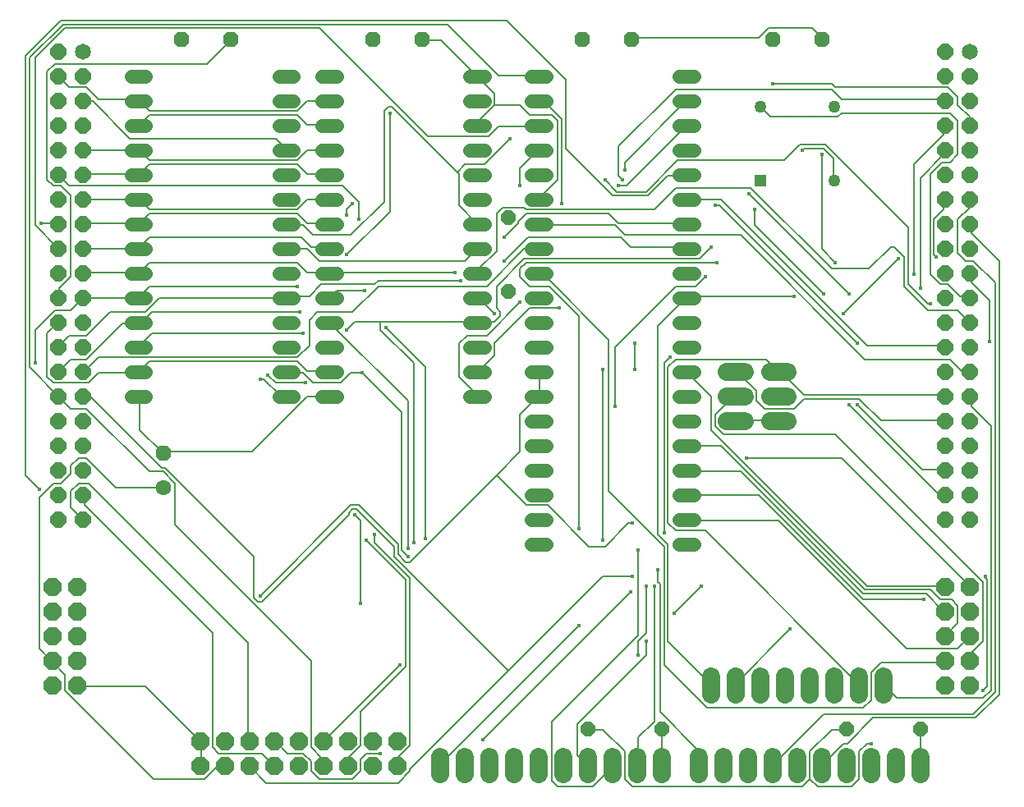
<source format=gbr>
G04 EAGLE Gerber RS-274X export*
G75*
%MOMM*%
%FSLAX34Y34*%
%LPD*%
%INTop Copper*%
%IPPOS*%
%AMOC8*
5,1,8,0,0,1.08239X$1,22.5*%
G01*
%ADD10C,1.645919*%
%ADD11P,1.781526X8X292.500000*%
%ADD12P,1.732040X8X202.500000*%
%ADD13P,1.732040X8X22.500000*%
%ADD14P,1.583577X8X292.500000*%
%ADD15P,1.732040X8X112.500000*%
%ADD16C,1.600200*%
%ADD17C,1.463037*%
%ADD18P,1.979475X8X22.500000*%
%ADD19C,1.828800*%
%ADD20C,1.260000*%
%ADD21R,1.260000X1.260000*%
%ADD22P,1.583577X8X22.500000*%
%ADD23P,1.979475X8X292.500000*%
%ADD24C,0.203200*%
%ADD25C,0.452400*%


D10*
X63500Y774700D03*
D11*
X38100Y774700D03*
X63500Y749300D03*
X38100Y749300D03*
X63500Y723900D03*
X38100Y723900D03*
X63500Y698500D03*
X38100Y698500D03*
X63500Y673100D03*
X38100Y673100D03*
X63500Y647700D03*
X38100Y647700D03*
X63500Y622300D03*
X38100Y622300D03*
X63500Y596900D03*
X38100Y596900D03*
X63500Y571500D03*
X38100Y571500D03*
X63500Y546100D03*
X38100Y546100D03*
X63500Y520700D03*
X38100Y520700D03*
X63500Y495300D03*
X38100Y495300D03*
X63500Y469900D03*
X38100Y469900D03*
X63500Y444500D03*
X38100Y444500D03*
X63500Y419100D03*
X38100Y419100D03*
X63500Y393700D03*
X38100Y393700D03*
X63500Y368300D03*
X38100Y368300D03*
X63500Y342900D03*
X38100Y342900D03*
X63500Y317500D03*
X38100Y317500D03*
X63500Y292100D03*
X38100Y292100D03*
D10*
X977900Y774700D03*
D11*
X952500Y774700D03*
X977900Y749300D03*
X952500Y749300D03*
X977900Y723900D03*
X952500Y723900D03*
X977900Y698500D03*
X952500Y698500D03*
X977900Y673100D03*
X952500Y673100D03*
X977900Y647700D03*
X952500Y647700D03*
X977900Y622300D03*
X952500Y622300D03*
X977900Y596900D03*
X952500Y596900D03*
X977900Y571500D03*
X952500Y571500D03*
X977900Y546100D03*
X952500Y546100D03*
X977900Y520700D03*
X952500Y520700D03*
X977900Y495300D03*
X952500Y495300D03*
X977900Y469900D03*
X952500Y469900D03*
X977900Y444500D03*
X952500Y444500D03*
X977900Y419100D03*
X952500Y419100D03*
X977900Y393700D03*
X952500Y393700D03*
X977900Y368300D03*
X952500Y368300D03*
X977900Y342900D03*
X952500Y342900D03*
X977900Y317500D03*
X952500Y317500D03*
X977900Y292100D03*
X952500Y292100D03*
D12*
X215900Y787400D03*
X165100Y787400D03*
X412750Y787400D03*
X361950Y787400D03*
D13*
X774700Y787400D03*
X825500Y787400D03*
X577850Y787400D03*
X628650Y787400D03*
D14*
X501650Y603250D03*
X501650Y527050D03*
D15*
X146050Y360680D03*
D16*
X146050Y325120D03*
D17*
X526085Y749300D02*
X540715Y749300D01*
X540715Y723900D02*
X526085Y723900D01*
X526085Y596900D02*
X540715Y596900D01*
X540715Y571500D02*
X526085Y571500D01*
X526085Y698500D02*
X540715Y698500D01*
X540715Y673100D02*
X526085Y673100D01*
X526085Y622300D02*
X540715Y622300D01*
X540715Y647700D02*
X526085Y647700D01*
X526085Y546100D02*
X540715Y546100D01*
X540715Y520700D02*
X526085Y520700D01*
X526085Y495300D02*
X540715Y495300D01*
X540715Y469900D02*
X526085Y469900D01*
X526085Y444500D02*
X540715Y444500D01*
X540715Y419100D02*
X526085Y419100D01*
X526085Y393700D02*
X540715Y393700D01*
X540715Y368300D02*
X526085Y368300D01*
X526085Y342900D02*
X540715Y342900D01*
X540715Y317500D02*
X526085Y317500D01*
X526085Y292100D02*
X540715Y292100D01*
X540715Y266700D02*
X526085Y266700D01*
X678485Y266700D02*
X693115Y266700D01*
X693115Y292100D02*
X678485Y292100D01*
X678485Y317500D02*
X693115Y317500D01*
X693115Y342900D02*
X678485Y342900D01*
X678485Y368300D02*
X693115Y368300D01*
X693115Y393700D02*
X678485Y393700D01*
X678485Y419100D02*
X693115Y419100D01*
X693115Y444500D02*
X678485Y444500D01*
X678485Y469900D02*
X693115Y469900D01*
X693115Y495300D02*
X678485Y495300D01*
X678485Y520700D02*
X693115Y520700D01*
X693115Y546100D02*
X678485Y546100D01*
X678485Y571500D02*
X693115Y571500D01*
X693115Y596900D02*
X678485Y596900D01*
X678485Y622300D02*
X693115Y622300D01*
X693115Y647700D02*
X678485Y647700D01*
X678485Y673100D02*
X693115Y673100D01*
X693115Y698500D02*
X678485Y698500D01*
X678485Y723900D02*
X693115Y723900D01*
X693115Y749300D02*
X678485Y749300D01*
D18*
X184150Y38100D03*
X209550Y38100D03*
X234950Y38100D03*
X260350Y38100D03*
X285750Y38100D03*
X311150Y38100D03*
X184150Y63500D03*
X209550Y63500D03*
X234950Y63500D03*
X260350Y63500D03*
X285750Y63500D03*
X311150Y63500D03*
X336550Y38100D03*
X361950Y38100D03*
X336550Y63500D03*
X361950Y63500D03*
X387350Y38100D03*
X387350Y63500D03*
D17*
X127965Y749300D02*
X113335Y749300D01*
X113335Y723900D02*
X127965Y723900D01*
X127965Y698500D02*
X113335Y698500D01*
X113335Y673100D02*
X127965Y673100D01*
X127965Y647700D02*
X113335Y647700D01*
X113335Y622300D02*
X127965Y622300D01*
X127965Y596900D02*
X113335Y596900D01*
X113335Y571500D02*
X127965Y571500D01*
X127965Y546100D02*
X113335Y546100D01*
X113335Y520700D02*
X127965Y520700D01*
X127965Y495300D02*
X113335Y495300D01*
X113335Y469900D02*
X127965Y469900D01*
X127965Y444500D02*
X113335Y444500D01*
X113335Y419100D02*
X127965Y419100D01*
X265735Y419100D02*
X280365Y419100D01*
X280365Y444500D02*
X265735Y444500D01*
X265735Y469900D02*
X280365Y469900D01*
X280365Y495300D02*
X265735Y495300D01*
X265735Y520700D02*
X280365Y520700D01*
X280365Y546100D02*
X265735Y546100D01*
X265735Y571500D02*
X280365Y571500D01*
X280365Y596900D02*
X265735Y596900D01*
X265735Y622300D02*
X280365Y622300D01*
X280365Y647700D02*
X265735Y647700D01*
X265735Y673100D02*
X280365Y673100D01*
X280365Y698500D02*
X265735Y698500D01*
X265735Y723900D02*
X280365Y723900D01*
X280365Y749300D02*
X265735Y749300D01*
X310185Y749300D02*
X324815Y749300D01*
X324815Y723900D02*
X310185Y723900D01*
X310185Y698500D02*
X324815Y698500D01*
X324815Y673100D02*
X310185Y673100D01*
X310185Y647700D02*
X324815Y647700D01*
X324815Y622300D02*
X310185Y622300D01*
X310185Y596900D02*
X324815Y596900D01*
X324815Y571500D02*
X310185Y571500D01*
X310185Y546100D02*
X324815Y546100D01*
X324815Y520700D02*
X310185Y520700D01*
X310185Y495300D02*
X324815Y495300D01*
X324815Y469900D02*
X310185Y469900D01*
X310185Y444500D02*
X324815Y444500D01*
X324815Y419100D02*
X310185Y419100D01*
X462585Y419100D02*
X477215Y419100D01*
X477215Y444500D02*
X462585Y444500D01*
X462585Y469900D02*
X477215Y469900D01*
X477215Y495300D02*
X462585Y495300D01*
X462585Y520700D02*
X477215Y520700D01*
X477215Y546100D02*
X462585Y546100D01*
X462585Y571500D02*
X477215Y571500D01*
X477215Y596900D02*
X462585Y596900D01*
X462585Y622300D02*
X477215Y622300D01*
X477215Y647700D02*
X462585Y647700D01*
X462585Y673100D02*
X477215Y673100D01*
X477215Y698500D02*
X462585Y698500D01*
X462585Y723900D02*
X477215Y723900D01*
X477215Y749300D02*
X462585Y749300D01*
D19*
X771906Y393700D02*
X790194Y393700D01*
X790194Y419100D02*
X771906Y419100D01*
X771906Y444500D02*
X790194Y444500D01*
X745744Y393700D02*
X727456Y393700D01*
X727456Y419100D02*
X745744Y419100D01*
X745744Y444500D02*
X727456Y444500D01*
D20*
X762000Y717550D03*
X838200Y717550D03*
X838200Y641350D03*
D21*
X762000Y641350D03*
D19*
X431800Y47244D02*
X431800Y28956D01*
X457200Y28956D02*
X457200Y47244D01*
X482600Y47244D02*
X482600Y28956D01*
X508000Y28956D02*
X508000Y47244D01*
X533400Y47244D02*
X533400Y28956D01*
X558800Y28956D02*
X558800Y47244D01*
X584200Y47244D02*
X584200Y28956D01*
X609600Y28956D02*
X609600Y47244D01*
X635000Y47244D02*
X635000Y28956D01*
X660400Y28956D02*
X660400Y47244D01*
X698500Y47244D02*
X698500Y28956D01*
X723900Y28956D02*
X723900Y47244D01*
X749300Y47244D02*
X749300Y28956D01*
X774700Y28956D02*
X774700Y47244D01*
X800100Y47244D02*
X800100Y28956D01*
X825500Y28956D02*
X825500Y47244D01*
X850900Y47244D02*
X850900Y28956D01*
X876300Y28956D02*
X876300Y47244D01*
X901700Y47244D02*
X901700Y28956D01*
X927100Y28956D02*
X927100Y47244D01*
D22*
X584200Y76200D03*
X660400Y76200D03*
X850900Y76200D03*
X927100Y76200D03*
D23*
X31750Y222250D03*
X31750Y196850D03*
X31750Y171450D03*
X31750Y146050D03*
X31750Y120650D03*
X57150Y222250D03*
X57150Y196850D03*
X57150Y171450D03*
X57150Y146050D03*
X57150Y120650D03*
X952500Y222250D03*
X952500Y196850D03*
X952500Y171450D03*
X952500Y146050D03*
X952500Y120650D03*
X977900Y222250D03*
X977900Y196850D03*
X977900Y171450D03*
X977900Y146050D03*
X977900Y120650D03*
D19*
X889000Y129794D02*
X889000Y111506D01*
X863600Y111506D02*
X863600Y129794D01*
X838200Y129794D02*
X838200Y111506D01*
X812800Y111506D02*
X812800Y129794D01*
X787400Y129794D02*
X787400Y111506D01*
X762000Y111506D02*
X762000Y129794D01*
X736600Y129794D02*
X736600Y111506D01*
X711200Y111506D02*
X711200Y129794D01*
D24*
X759968Y788416D02*
X629920Y788416D01*
X759968Y788416D02*
X770128Y798576D01*
X814832Y798576D01*
X824992Y788416D01*
X629920Y788416D02*
X628650Y787400D01*
X824992Y788416D02*
X825500Y787400D01*
X837184Y664464D02*
X837184Y642112D01*
X837184Y664464D02*
X827024Y674624D01*
X806704Y674624D01*
X804672Y672592D01*
X837184Y642112D02*
X838200Y641350D01*
X184912Y62992D02*
X184912Y38608D01*
X184150Y38100D01*
X184912Y62992D02*
X184150Y63500D01*
X128016Y119888D02*
X58928Y119888D01*
X128016Y119888D02*
X182880Y65024D01*
X58928Y119888D02*
X57150Y120650D01*
X182880Y65024D02*
X184150Y63500D01*
X121920Y384048D02*
X121920Y418592D01*
X121920Y384048D02*
X144272Y361696D01*
X121920Y418592D02*
X120650Y419100D01*
X144272Y361696D02*
X146050Y360680D01*
X294640Y418592D02*
X316992Y418592D01*
X294640Y418592D02*
X237744Y361696D01*
X146304Y361696D01*
X316992Y418592D02*
X317500Y419100D01*
X146304Y361696D02*
X146050Y360680D01*
X656336Y491744D02*
X684784Y520192D01*
X656336Y491744D02*
X656336Y276352D01*
X666496Y266192D01*
X666496Y166624D01*
X711200Y121920D01*
X684784Y520192D02*
X685800Y520700D01*
X711200Y121920D02*
X711200Y120650D01*
X599440Y75184D02*
X585216Y75184D01*
X599440Y75184D02*
X621792Y52832D01*
X621792Y24384D01*
X629920Y16256D01*
X804672Y16256D01*
X812800Y24384D01*
X812800Y52832D01*
X835152Y75184D01*
X849376Y75184D01*
X585216Y75184D02*
X584200Y76200D01*
X849376Y75184D02*
X850900Y76200D01*
X871728Y60960D02*
X875792Y60960D01*
X871728Y60960D02*
X863600Y52832D01*
X863600Y24384D01*
X855472Y16256D01*
X820928Y16256D01*
X812800Y24384D01*
X796544Y522224D02*
X686816Y522224D01*
X685800Y520700D01*
D25*
X804672Y672592D03*
X875792Y60960D03*
X796544Y522224D03*
D24*
X146050Y325120D02*
X97536Y325120D01*
X67056Y355600D01*
X58928Y355600D01*
X50800Y347472D01*
X50800Y339344D01*
X40640Y329184D01*
X32512Y329184D01*
X18288Y314960D01*
X18288Y158496D01*
X30480Y146304D01*
X31750Y146050D01*
X201168Y36576D02*
X209296Y36576D01*
X201168Y36576D02*
X188976Y24384D01*
X136144Y24384D01*
X44704Y115824D01*
X44704Y132080D01*
X32512Y144272D01*
X209550Y38100D02*
X209296Y36576D01*
X32512Y144272D02*
X31750Y146050D01*
X967232Y522224D02*
X977392Y522224D01*
X967232Y522224D02*
X955040Y534416D01*
X946912Y534416D01*
X936752Y544576D01*
X936752Y648208D01*
X948944Y660400D01*
X957072Y660400D01*
X965200Y668528D01*
X965200Y703072D01*
X957072Y711200D01*
X845312Y711200D01*
X841248Y707136D01*
X772160Y707136D01*
X762000Y717296D01*
X977392Y522224D02*
X977900Y520700D01*
X762000Y717296D02*
X762000Y717550D01*
X471424Y703072D02*
X471424Y699008D01*
X471424Y703072D02*
X487680Y719328D01*
X487680Y731520D01*
X469900Y749300D01*
X471424Y699008D02*
X469900Y698500D01*
X432816Y786384D02*
X414528Y786384D01*
X432816Y786384D02*
X469900Y749300D01*
X414528Y786384D02*
X412750Y787400D01*
X885952Y144272D02*
X950976Y144272D01*
X885952Y144272D02*
X875792Y134112D01*
X875792Y105664D01*
X867664Y97536D01*
X707136Y97536D01*
X662432Y142240D01*
X662432Y264160D01*
X605536Y321056D01*
X605536Y477520D01*
X538480Y544576D01*
X534416Y544576D01*
X952500Y146050D02*
X950976Y144272D01*
X534416Y544576D02*
X533400Y546100D01*
X514096Y719328D02*
X487680Y719328D01*
X514096Y719328D02*
X524256Y709168D01*
X546608Y709168D01*
X552704Y703072D01*
X552704Y642112D01*
X534416Y623824D01*
X533400Y622300D01*
X38608Y530352D02*
X38608Y522224D01*
X38608Y530352D02*
X50800Y542544D01*
X50800Y625856D01*
X40640Y636016D01*
X32512Y636016D01*
X26416Y642112D01*
X26416Y753872D01*
X34544Y762000D01*
X191008Y762000D01*
X215392Y786384D01*
X38608Y522224D02*
X38100Y520700D01*
X215392Y786384D02*
X215900Y787400D01*
X518160Y570992D02*
X532384Y570992D01*
X518160Y570992D02*
X479552Y532384D01*
X367792Y532384D01*
X341376Y505968D01*
X304800Y505968D01*
X296672Y497840D01*
X296672Y471424D01*
X284480Y459232D01*
X79248Y459232D01*
X65024Y445008D01*
X532384Y570992D02*
X533400Y571500D01*
X65024Y445008D02*
X63500Y444500D01*
X666496Y646176D02*
X684784Y646176D01*
X666496Y646176D02*
X646176Y625856D01*
X609600Y625856D01*
X560832Y674624D01*
X560832Y745744D01*
X499872Y806704D01*
X40640Y806704D01*
X4064Y770128D01*
X4064Y337312D01*
X18288Y323088D01*
X684784Y646176D02*
X685800Y647700D01*
D25*
X18288Y323088D03*
D24*
X233680Y164592D02*
X233680Y65024D01*
X233680Y164592D02*
X69088Y329184D01*
X58928Y329184D01*
X50800Y321056D01*
X50800Y304800D01*
X63500Y292100D01*
X233680Y65024D02*
X234950Y63500D01*
X65024Y306832D02*
X65024Y316992D01*
X65024Y306832D02*
X197104Y174752D01*
X197104Y56896D01*
X203200Y50800D01*
X247904Y50800D01*
X260096Y38608D01*
X65024Y316992D02*
X63500Y317500D01*
X260096Y38608D02*
X260350Y38100D01*
X599440Y233680D02*
X629920Y233680D01*
X501904Y136144D02*
X400304Y34544D01*
X501904Y136144D02*
X599440Y233680D01*
X400304Y34544D02*
X400304Y32512D01*
X388112Y20320D01*
X251968Y20320D01*
X235712Y36576D01*
X234950Y38100D01*
X71120Y418592D02*
X65024Y418592D01*
X71120Y418592D02*
X144272Y345440D01*
X148336Y345440D01*
X239776Y254000D01*
X239776Y211328D01*
X243840Y207264D01*
X247904Y207264D01*
X337312Y296672D01*
X337312Y298704D01*
X341376Y302768D01*
X345440Y302768D01*
X384048Y264160D01*
X384048Y254000D01*
X501904Y136144D01*
X65024Y418592D02*
X63500Y419100D01*
D25*
X629920Y233680D03*
D24*
X416560Y272288D02*
X416560Y449072D01*
X375920Y489712D01*
X347472Y601472D02*
X347472Y619760D01*
X331216Y636016D01*
X48768Y636016D01*
X38608Y646176D01*
X38100Y647700D01*
D25*
X416560Y272288D03*
X375920Y489712D03*
X347472Y601472D03*
D24*
X119888Y520192D02*
X65024Y520192D01*
X119888Y520192D02*
X120650Y520700D01*
X65024Y520192D02*
X63500Y520700D01*
X132080Y532384D02*
X284480Y532384D01*
X132080Y532384D02*
X121920Y522224D01*
X120650Y520700D01*
X615696Y597408D02*
X684784Y597408D01*
X615696Y597408D02*
X605536Y607568D01*
X520192Y607568D01*
X512064Y599440D01*
X512064Y597408D01*
X497840Y583184D01*
X353568Y528320D02*
X325120Y528320D01*
X317500Y520700D01*
X684784Y597408D02*
X685800Y596900D01*
X14224Y487680D02*
X14224Y453136D01*
X14224Y487680D02*
X34544Y508000D01*
X50800Y508000D01*
X63500Y520700D01*
D25*
X284480Y532384D03*
X497840Y583184D03*
X353568Y528320D03*
X14224Y453136D03*
D24*
X65024Y546608D02*
X119888Y546608D01*
X120650Y546100D01*
X65024Y546608D02*
X63500Y546100D01*
X294640Y546608D02*
X316992Y546608D01*
X294640Y546608D02*
X284480Y556768D01*
X132080Y556768D01*
X121920Y546608D01*
X316992Y546608D02*
X317500Y546100D01*
X121920Y546608D02*
X120650Y546100D01*
X319024Y546608D02*
X447040Y546608D01*
X497840Y558800D02*
X522224Y583184D01*
X617728Y583184D01*
X627888Y573024D01*
X684784Y573024D01*
X319024Y546608D02*
X317500Y546100D01*
X684784Y573024D02*
X685800Y571500D01*
D25*
X447040Y546608D03*
X497840Y558800D03*
D24*
X119888Y570992D02*
X65024Y570992D01*
X119888Y570992D02*
X120650Y571500D01*
X65024Y570992D02*
X63500Y571500D01*
X298704Y573024D02*
X316992Y573024D01*
X298704Y573024D02*
X288544Y583184D01*
X132080Y583184D01*
X121920Y573024D01*
X316992Y573024D02*
X317500Y571500D01*
X121920Y573024D02*
X120650Y571500D01*
X119888Y597408D02*
X65024Y597408D01*
X119888Y597408D02*
X120650Y596900D01*
X65024Y597408D02*
X63500Y596900D01*
X294640Y597408D02*
X316992Y597408D01*
X294640Y597408D02*
X284480Y607568D01*
X132080Y607568D01*
X121920Y597408D01*
X316992Y597408D02*
X317500Y596900D01*
X121920Y597408D02*
X120650Y596900D01*
X119888Y621792D02*
X65024Y621792D01*
X119888Y621792D02*
X120650Y622300D01*
X65024Y621792D02*
X63500Y622300D01*
X294640Y621792D02*
X316992Y621792D01*
X294640Y621792D02*
X284480Y611632D01*
X132080Y611632D01*
X121920Y621792D01*
X316992Y621792D02*
X317500Y622300D01*
X121920Y621792D02*
X120650Y622300D01*
X119888Y648208D02*
X65024Y648208D01*
X119888Y648208D02*
X120650Y647700D01*
X65024Y648208D02*
X63500Y647700D01*
X294640Y648208D02*
X316992Y648208D01*
X294640Y648208D02*
X284480Y658368D01*
X132080Y658368D01*
X121920Y648208D01*
X316992Y648208D02*
X317500Y647700D01*
X121920Y648208D02*
X120650Y647700D01*
X294640Y699008D02*
X316992Y699008D01*
X294640Y699008D02*
X284480Y709168D01*
X132080Y709168D01*
X121920Y699008D01*
X316992Y699008D02*
X317500Y698500D01*
X121920Y699008D02*
X120650Y698500D01*
X73152Y723392D02*
X65024Y723392D01*
X73152Y723392D02*
X111760Y684784D01*
X262128Y684784D01*
X272288Y674624D01*
X65024Y723392D02*
X63500Y723900D01*
X272288Y674624D02*
X273050Y673100D01*
X274320Y570992D02*
X294640Y570992D01*
X306832Y558800D01*
X457200Y558800D01*
X469900Y571500D01*
X274320Y570992D02*
X273050Y571500D01*
X119888Y725424D02*
X79248Y725424D01*
X67056Y737616D01*
X48768Y737616D01*
X38608Y747776D01*
X119888Y725424D02*
X120650Y723900D01*
X38608Y747776D02*
X38100Y749300D01*
X294640Y723392D02*
X316992Y723392D01*
X294640Y723392D02*
X284480Y713232D01*
X132080Y713232D01*
X121920Y723392D01*
X316992Y723392D02*
X317500Y723900D01*
X121920Y723392D02*
X120650Y723900D01*
X119888Y493776D02*
X103632Y493776D01*
X67056Y457200D01*
X50800Y457200D01*
X38100Y444500D01*
X119888Y493776D02*
X120650Y495300D01*
X134112Y505968D02*
X286512Y505968D01*
X134112Y505968D02*
X121920Y493776D01*
X120650Y495300D01*
X379984Y609600D02*
X379984Y711200D01*
X379984Y609600D02*
X335280Y564896D01*
X398272Y414528D02*
X398272Y262128D01*
X398272Y414528D02*
X317500Y495300D01*
D25*
X286512Y505968D03*
X379984Y711200D03*
X335280Y564896D03*
X398272Y262128D03*
D24*
X290576Y483616D02*
X134112Y483616D01*
X121920Y471424D01*
X120650Y469900D01*
X491744Y749808D02*
X532384Y749808D01*
X491744Y749808D02*
X438912Y802640D01*
X42672Y802640D01*
X8128Y768096D01*
X8128Y449072D01*
X38100Y419100D01*
X532384Y749808D02*
X533400Y749300D01*
X310896Y44704D02*
X310896Y38608D01*
X310896Y44704D02*
X298704Y56896D01*
X298704Y146304D01*
X158496Y286512D01*
X158496Y329184D01*
X146304Y341376D01*
X132080Y341376D01*
X67056Y406400D01*
X50800Y406400D01*
X38100Y419100D01*
X310896Y38608D02*
X311150Y38100D01*
D25*
X290576Y483616D03*
D24*
X119888Y442976D02*
X79248Y442976D01*
X69088Y432816D01*
X32512Y432816D01*
X26416Y438912D01*
X26416Y483616D01*
X38100Y495300D01*
X120650Y444500D02*
X119888Y442976D01*
X294640Y445008D02*
X316992Y445008D01*
X294640Y445008D02*
X284480Y455168D01*
X132080Y455168D01*
X121920Y445008D01*
X316992Y445008D02*
X317500Y444500D01*
X121920Y445008D02*
X120650Y444500D01*
X621792Y660400D02*
X684784Y723392D01*
X621792Y660400D02*
X621792Y652272D01*
X684784Y723392D02*
X685800Y723900D01*
X390144Y142240D02*
X312928Y65024D01*
X311150Y63500D01*
D25*
X621792Y652272D03*
X390144Y142240D03*
D24*
X534416Y723392D02*
X538480Y723392D01*
X556768Y705104D01*
X556768Y617728D01*
X514096Y516128D02*
X479552Y481584D01*
X459232Y481584D01*
X451104Y473456D01*
X451104Y438912D01*
X469392Y420624D01*
X534416Y723392D02*
X533400Y723900D01*
X469392Y420624D02*
X469900Y419100D01*
X36576Y597408D02*
X20320Y597408D01*
X245872Y436880D02*
X249936Y436880D01*
X266192Y420624D01*
X272288Y420624D01*
X38100Y596900D02*
X36576Y597408D01*
X272288Y420624D02*
X273050Y419100D01*
X337312Y46736D02*
X337312Y38608D01*
X337312Y46736D02*
X349504Y58928D01*
X349504Y93472D01*
X396240Y140208D01*
X396240Y229616D01*
X355600Y270256D01*
X337312Y38608D02*
X336550Y38100D01*
D25*
X556768Y617728D03*
X514096Y516128D03*
X20320Y597408D03*
X245872Y436880D03*
X355600Y270256D03*
D24*
X351536Y442976D02*
X339344Y442976D01*
X329184Y432816D01*
X300736Y432816D01*
X290576Y442976D01*
X274320Y442976D01*
X273050Y444500D01*
X623824Y636016D02*
X684784Y696976D01*
X623824Y636016D02*
X615696Y636016D01*
X554736Y510032D02*
X524256Y510032D01*
X487680Y473456D01*
X487680Y461264D01*
X471424Y445008D01*
X684784Y696976D02*
X685800Y698500D01*
X471424Y445008D02*
X469900Y444500D01*
X392176Y260096D02*
X398272Y254000D01*
X392176Y260096D02*
X392176Y402336D01*
X351536Y442976D01*
D25*
X351536Y442976D03*
X615696Y636016D03*
X554736Y510032D03*
X398272Y254000D03*
D24*
X292608Y432816D02*
X262128Y432816D01*
X254000Y440944D01*
X491744Y696976D02*
X532384Y696976D01*
X491744Y696976D02*
X481584Y686816D01*
X418592Y686816D01*
X306832Y798576D01*
X44704Y798576D01*
X14224Y768096D01*
X14224Y595376D01*
X38100Y571500D01*
X532384Y696976D02*
X533400Y698500D01*
X349504Y290576D02*
X349504Y205232D01*
X349504Y290576D02*
X343408Y296672D01*
D25*
X292608Y432816D03*
X254000Y440944D03*
X349504Y205232D03*
X343408Y296672D03*
D24*
X343408Y495808D02*
X369824Y495808D01*
X469392Y495808D01*
X343408Y495808D02*
X335280Y487680D01*
X469392Y495808D02*
X469900Y495300D01*
X699008Y560832D02*
X711200Y573024D01*
X699008Y560832D02*
X518160Y560832D01*
X489712Y532384D01*
X489712Y510032D01*
X493776Y505968D01*
X493776Y501904D01*
X487680Y495808D01*
X471424Y495808D01*
X469900Y495300D01*
X404368Y453136D02*
X404368Y268224D01*
X404368Y453136D02*
X369824Y487680D01*
X369824Y495808D01*
D25*
X335280Y487680D03*
X711200Y573024D03*
X404368Y268224D03*
D24*
X272288Y520192D02*
X142240Y520192D01*
X128016Y505968D01*
X91440Y505968D01*
X67056Y481584D01*
X48768Y481584D01*
X38608Y471424D01*
X272288Y520192D02*
X273050Y520700D01*
X38608Y471424D02*
X38100Y469900D01*
X514096Y636016D02*
X514096Y654304D01*
X532384Y672592D01*
X533400Y673100D01*
X388112Y46736D02*
X388112Y38608D01*
X388112Y46736D02*
X400304Y58928D01*
X400304Y231648D01*
X363728Y268224D01*
X363728Y276352D01*
X487680Y503936D02*
X471424Y520192D01*
X388112Y38608D02*
X387350Y38100D01*
X471424Y520192D02*
X469900Y520700D01*
X296672Y522224D02*
X274320Y522224D01*
X296672Y522224D02*
X308864Y534416D01*
X363728Y534416D01*
X367792Y538480D01*
X453136Y538480D01*
X274320Y522224D02*
X273050Y520700D01*
D25*
X514096Y636016D03*
X363728Y276352D03*
X487680Y503936D03*
X453136Y538480D03*
D24*
X119888Y672592D02*
X65024Y672592D01*
X119888Y672592D02*
X120650Y673100D01*
X65024Y672592D02*
X63500Y673100D01*
X294640Y672592D02*
X316992Y672592D01*
X294640Y672592D02*
X284480Y662432D01*
X132080Y662432D01*
X121920Y672592D01*
X316992Y672592D02*
X317500Y673100D01*
X121920Y672592D02*
X120650Y673100D01*
X274320Y595376D02*
X290576Y595376D01*
X300736Y585216D01*
X339344Y585216D01*
X373888Y619760D01*
X373888Y713232D01*
X377952Y717296D01*
X382016Y717296D01*
X449072Y650240D02*
X451104Y648208D01*
X449072Y650240D02*
X382016Y717296D01*
X451104Y648208D02*
X451104Y615696D01*
X469900Y596900D01*
X274320Y595376D02*
X273050Y596900D01*
X928624Y343408D02*
X950976Y343408D01*
X928624Y343408D02*
X861568Y410464D01*
X861568Y473456D02*
X719328Y615696D01*
X715264Y615696D01*
X503936Y684784D02*
X477520Y658368D01*
X457200Y658368D01*
X449072Y650240D01*
X950976Y343408D02*
X952500Y342900D01*
D25*
X861568Y410464D03*
X861568Y473456D03*
X715264Y615696D03*
X503936Y684784D03*
D24*
X944880Y319024D02*
X950976Y319024D01*
X944880Y319024D02*
X853440Y410464D01*
X853440Y524256D02*
X749808Y627888D01*
X950976Y319024D02*
X952500Y317500D01*
D25*
X853440Y410464D03*
X853440Y524256D03*
X749808Y627888D03*
D24*
X721360Y621792D02*
X686816Y621792D01*
X721360Y621792D02*
X871728Y471424D01*
X950976Y471424D01*
X686816Y621792D02*
X685800Y622300D01*
X950976Y471424D02*
X952500Y469900D01*
X717296Y556768D02*
X520192Y556768D01*
X514096Y550672D01*
X514096Y542544D01*
X524256Y532384D01*
X544576Y532384D01*
X575056Y501904D01*
X575056Y282448D01*
X575056Y182880D02*
X430784Y38608D01*
X431800Y38100D01*
D25*
X717296Y556768D03*
X575056Y282448D03*
X575056Y182880D03*
D24*
X631952Y447040D02*
X631952Y473456D01*
D25*
X631952Y473456D03*
X631952Y447040D03*
D24*
X845312Y725424D02*
X950976Y725424D01*
X845312Y725424D02*
X835152Y735584D01*
X674624Y735584D01*
X615696Y676656D01*
X615696Y646176D01*
X619760Y642112D01*
X599440Y447040D02*
X599440Y270256D01*
X952500Y723900D02*
X950976Y725424D01*
D25*
X619760Y642112D03*
X599440Y447040D03*
X599440Y270256D03*
D24*
X694944Y532384D02*
X705104Y542544D01*
X694944Y532384D02*
X674624Y532384D01*
X611632Y469392D01*
X611632Y408432D01*
D25*
X705104Y542544D03*
X611632Y408432D03*
D24*
X950976Y688848D02*
X950976Y696976D01*
X950976Y688848D02*
X920496Y658368D01*
X920496Y544576D01*
X701040Y223520D02*
X672592Y195072D01*
X644144Y166624D02*
X644144Y152400D01*
X573024Y81280D01*
X573024Y48768D01*
X583184Y38608D01*
X950976Y696976D02*
X952500Y698500D01*
X584200Y38100D02*
X583184Y38608D01*
D25*
X920496Y544576D03*
X701040Y223520D03*
X672592Y195072D03*
X644144Y166624D03*
D24*
X977392Y699008D02*
X977392Y707136D01*
X965200Y719328D01*
X965200Y727456D01*
X955040Y737616D01*
X839216Y737616D01*
X835152Y741680D01*
X774192Y741680D01*
X755904Y611632D02*
X755904Y595376D01*
X827024Y524256D01*
X636016Y260096D02*
X636016Y172720D01*
X546608Y83312D01*
X546608Y22352D01*
X552704Y16256D01*
X589280Y16256D01*
X609600Y36576D01*
X977900Y698500D02*
X977392Y699008D01*
X609600Y38100D02*
X609600Y36576D01*
D25*
X774192Y741680D03*
X755904Y611632D03*
X827024Y524256D03*
X636016Y260096D03*
D24*
X950976Y668528D02*
X950976Y672592D01*
X950976Y668528D02*
X926592Y644144D01*
X926592Y530352D01*
X652272Y223520D02*
X652272Y83312D01*
X636016Y67056D01*
X636016Y38608D01*
X950976Y672592D02*
X952500Y673100D01*
X636016Y38608D02*
X635000Y38100D01*
D25*
X926592Y530352D03*
X652272Y223520D03*
D24*
X660400Y76200D02*
X660400Y38100D01*
X662432Y453136D02*
X668528Y459232D01*
X662432Y453136D02*
X662432Y278384D01*
X656336Y239776D02*
X656336Y227584D01*
X658368Y225552D01*
X658368Y93472D01*
X696976Y54864D01*
X696976Y38608D01*
X698500Y38100D01*
D25*
X668528Y459232D03*
X662432Y278384D03*
X656336Y239776D03*
D24*
X950976Y611632D02*
X950976Y621792D01*
X950976Y611632D02*
X940816Y601472D01*
X940816Y564896D01*
X942848Y562864D01*
X904240Y560832D02*
X847344Y503936D01*
X644144Y223520D02*
X644144Y174752D01*
X636016Y166624D01*
X636016Y152400D01*
X950976Y621792D02*
X952500Y622300D01*
D25*
X942848Y562864D03*
X904240Y560832D03*
X847344Y503936D03*
X644144Y223520D03*
X636016Y152400D03*
D24*
X977392Y613664D02*
X977392Y621792D01*
X977392Y613664D02*
X965200Y601472D01*
X965200Y566928D01*
X973328Y558800D01*
X981456Y558800D01*
X1003808Y536448D01*
X1003808Y113792D01*
X981456Y91440D01*
X827024Y91440D01*
X774192Y38608D01*
X977392Y621792D02*
X977900Y622300D01*
X774192Y38608D02*
X774700Y38100D01*
X979424Y587248D02*
X979424Y595376D01*
X979424Y587248D02*
X1007872Y558800D01*
X1007872Y111760D01*
X983488Y87376D01*
X877824Y87376D01*
X851408Y60960D01*
X847344Y60960D01*
X824992Y38608D01*
X979424Y595376D02*
X977900Y596900D01*
X824992Y38608D02*
X825500Y38100D01*
X993648Y231648D02*
X993648Y233680D01*
X993648Y231648D02*
X995680Y229616D01*
X995680Y119888D01*
X991616Y115824D01*
D25*
X993648Y233680D03*
X991616Y115824D03*
D24*
X926592Y75184D02*
X926592Y38608D01*
X926592Y75184D02*
X927100Y76200D01*
X926592Y38608D02*
X927100Y38100D01*
X979424Y536448D02*
X979424Y544576D01*
X979424Y536448D02*
X997712Y518160D01*
X997712Y475488D01*
X979424Y544576D02*
X977900Y546100D01*
D25*
X997712Y475488D03*
D24*
X627888Y217424D02*
X475488Y65024D01*
X369824Y50800D02*
X355600Y50800D01*
X349504Y44704D01*
X349504Y32512D01*
X341376Y24384D01*
X306832Y24384D01*
X298704Y32512D01*
X298704Y42672D01*
X290576Y50800D01*
X274320Y50800D01*
X262128Y62992D01*
X260350Y63500D01*
D25*
X627888Y217424D03*
X475488Y65024D03*
X369824Y50800D03*
D24*
X335280Y605536D02*
X335280Y611632D01*
X341376Y617728D01*
X601472Y642112D02*
X613664Y629920D01*
X644144Y629920D01*
X676656Y662432D01*
X786384Y662432D01*
X802640Y678688D01*
X829056Y678688D01*
X914400Y593344D01*
X914400Y534416D01*
X934720Y514096D01*
X936752Y514096D01*
D25*
X335280Y605536D03*
X341376Y617728D03*
X601472Y642112D03*
X936752Y514096D03*
D24*
X471424Y546608D02*
X471424Y550672D01*
X489712Y568960D01*
X489712Y607568D01*
X495808Y613664D01*
X518160Y613664D01*
X520192Y611632D01*
X652272Y611632D01*
X674624Y633984D01*
X751840Y633984D01*
X835152Y550672D01*
X873760Y550672D01*
X896112Y573024D01*
X900176Y573024D01*
X910336Y562864D01*
X910336Y532384D01*
X934720Y508000D01*
X965200Y508000D01*
X977900Y495300D01*
X471424Y546608D02*
X469900Y546100D01*
X969264Y445008D02*
X977392Y445008D01*
X969264Y445008D02*
X957072Y457200D01*
X869696Y457200D01*
X741680Y585216D01*
X621792Y585216D01*
X611632Y595376D01*
X534416Y595376D01*
X977392Y445008D02*
X977900Y444500D01*
X534416Y595376D02*
X533400Y596900D01*
X979424Y418592D02*
X979424Y408432D01*
X999744Y388112D01*
X999744Y115824D01*
X991616Y107696D01*
X902208Y107696D01*
X890016Y119888D01*
X979424Y418592D02*
X977900Y419100D01*
X889000Y120650D02*
X890016Y119888D01*
X950976Y420624D02*
X806704Y420624D01*
X782320Y445008D01*
X950976Y420624D02*
X952500Y419100D01*
X782320Y445008D02*
X781050Y444500D01*
X705104Y280416D02*
X863600Y121920D01*
X705104Y280416D02*
X674624Y280416D01*
X666496Y288544D01*
X666496Y449072D01*
X674624Y457200D01*
X768096Y457200D01*
X780288Y445008D01*
X863600Y121920D02*
X863600Y120650D01*
X781050Y444500D02*
X780288Y445008D01*
X885952Y394208D02*
X950976Y394208D01*
X885952Y394208D02*
X863600Y416560D01*
X806704Y416560D01*
X796544Y406400D01*
X766064Y406400D01*
X757936Y414528D01*
X757936Y424688D01*
X737616Y445008D01*
X950976Y394208D02*
X952500Y393700D01*
X737616Y445008D02*
X736600Y444500D01*
X534416Y442976D02*
X534416Y420624D01*
X533400Y419100D01*
X534416Y442976D02*
X533400Y444500D01*
X339344Y306832D02*
X245872Y213360D01*
X339344Y306832D02*
X347472Y306832D01*
X388112Y266192D01*
X388112Y256032D01*
X396240Y247904D01*
X400304Y247904D01*
X489712Y337312D02*
X514096Y361696D01*
X489712Y337312D02*
X400304Y247904D01*
X514096Y361696D02*
X514096Y400304D01*
X532384Y418592D01*
X533400Y419100D01*
X625856Y288544D02*
X629920Y288544D01*
X625856Y288544D02*
X601472Y264160D01*
X585216Y264160D01*
X542544Y306832D01*
X520192Y306832D01*
X489712Y337312D01*
D25*
X245872Y213360D03*
X629920Y288544D03*
D24*
X711200Y418592D02*
X686816Y442976D01*
X711200Y418592D02*
X711200Y384048D01*
X871728Y223520D01*
X950976Y223520D01*
X686816Y442976D02*
X685800Y444500D01*
X950976Y223520D02*
X952500Y222250D01*
X979424Y154432D02*
X979424Y146304D01*
X979424Y154432D02*
X991616Y166624D01*
X991616Y227584D01*
X839216Y379984D01*
X723392Y379984D01*
X715264Y388112D01*
X715264Y400304D01*
X735584Y420624D01*
X977900Y146050D02*
X979424Y146304D01*
X736600Y419100D02*
X735584Y420624D01*
X747776Y355600D02*
X845312Y355600D01*
X977392Y223520D01*
X977900Y222250D01*
D25*
X747776Y355600D03*
D24*
X741680Y341376D02*
X686816Y341376D01*
X741680Y341376D02*
X867664Y215392D01*
X932688Y215392D01*
X950976Y197104D01*
X686816Y341376D02*
X685800Y342900D01*
X950976Y197104D02*
X952500Y196850D01*
X759968Y316992D02*
X686816Y316992D01*
X759968Y316992D02*
X867664Y209296D01*
X930656Y209296D01*
X686816Y316992D02*
X685800Y317500D01*
D25*
X930656Y209296D03*
D24*
X721360Y367792D02*
X686816Y367792D01*
X721360Y367792D02*
X869696Y219456D01*
X936752Y219456D01*
X946912Y209296D01*
X959104Y209296D01*
X965200Y203200D01*
X965200Y184912D01*
X953008Y172720D01*
X686816Y367792D02*
X685800Y368300D01*
X953008Y172720D02*
X952500Y171450D01*
X780288Y290576D02*
X686816Y290576D01*
X780288Y290576D02*
X912368Y158496D01*
X965200Y158496D01*
X977392Y170688D01*
X686816Y290576D02*
X685800Y292100D01*
X977392Y170688D02*
X977900Y171450D01*
X824992Y570992D02*
X824992Y668528D01*
X824992Y570992D02*
X839216Y556768D01*
X780288Y394208D02*
X737616Y394208D01*
X736600Y393700D01*
X780288Y394208D02*
X781050Y393700D01*
D25*
X824992Y668528D03*
X839216Y556768D03*
D24*
X792480Y178816D02*
X735584Y121920D01*
X736600Y120650D01*
D25*
X792480Y178816D03*
M02*

</source>
